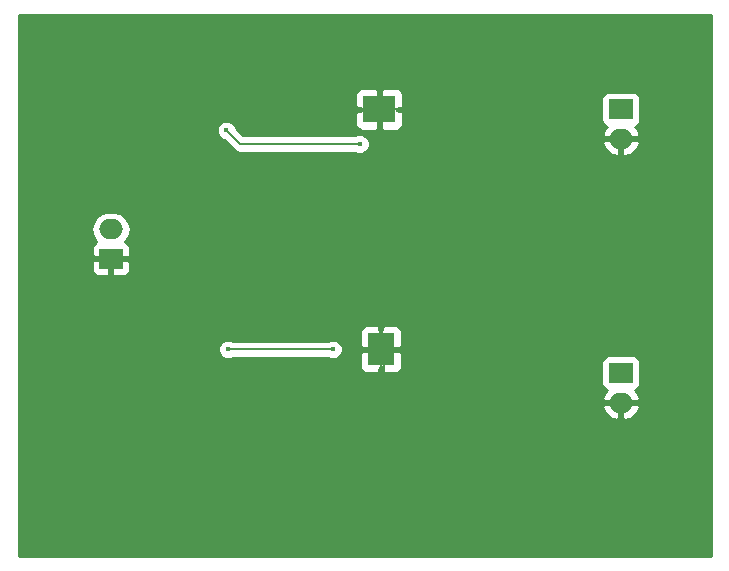
<source format=gbl>
G04 #@! TF.GenerationSoftware,KiCad,Pcbnew,(5.0.0)*
G04 #@! TF.CreationDate,2019-04-27T15:16:20+09:00*
G04 #@! TF.ProjectId,Power_supply_circuit,506F7765725F737570706C795F636972,rev?*
G04 #@! TF.SameCoordinates,Original*
G04 #@! TF.FileFunction,Copper,L2,Bot,Signal*
G04 #@! TF.FilePolarity,Positive*
%FSLAX46Y46*%
G04 Gerber Fmt 4.6, Leading zero omitted, Abs format (unit mm)*
G04 Created by KiCad (PCBNEW (5.0.0)) date 04/27/19 15:16:20*
%MOMM*%
%LPD*%
G01*
G04 APERTURE LIST*
G04 #@! TA.AperFunction,ComponentPad*
%ADD10R,2.000000X1.700000*%
G04 #@! TD*
G04 #@! TA.AperFunction,ComponentPad*
%ADD11O,2.000000X1.700000*%
G04 #@! TD*
G04 #@! TA.AperFunction,Conductor*
%ADD12R,2.800000X2.300000*%
G04 #@! TD*
G04 #@! TA.AperFunction,ComponentPad*
%ADD13C,0.600000*%
G04 #@! TD*
G04 #@! TA.AperFunction,Conductor*
%ADD14R,2.300000X2.800000*%
G04 #@! TD*
G04 #@! TA.AperFunction,ViaPad*
%ADD15C,0.400000*%
G04 #@! TD*
G04 #@! TA.AperFunction,Conductor*
%ADD16C,0.200000*%
G04 #@! TD*
G04 #@! TA.AperFunction,Conductor*
%ADD17C,0.254000*%
G04 #@! TD*
G04 APERTURE END LIST*
D10*
G04 #@! TO.P,J3,1*
G04 #@! TO.N,-3V3*
X106680000Y-101060000D03*
D11*
G04 #@! TO.P,J3,2*
G04 #@! TO.N,GND*
X106680000Y-103560000D03*
G04 #@! TD*
G04 #@! TO.P,J1,2*
G04 #@! TO.N,GND*
X106680000Y-81240000D03*
D10*
G04 #@! TO.P,J1,1*
G04 #@! TO.N,+3V3*
X106680000Y-78740000D03*
G04 #@! TD*
G04 #@! TO.P,J2,1*
G04 #@! TO.N,GND*
X63500000Y-91400000D03*
D11*
G04 #@! TO.P,J2,2*
G04 #@! TO.N,+BATT*
X63500000Y-88900000D03*
G04 #@! TD*
D12*
G04 #@! TO.N,GND*
G04 #@! TO.C,U1*
X86233000Y-78740000D03*
D13*
G04 #@! TD*
G04 #@! TO.P,U1,11*
G04 #@! TO.N,GND*
X85483000Y-78240000D03*
G04 #@! TO.P,U1,11*
G04 #@! TO.N,GND*
X86983000Y-78240000D03*
X86983000Y-79240000D03*
X86233000Y-78740000D03*
X85483000Y-79240000D03*
G04 #@! TD*
G04 #@! TO.P,U2,11*
G04 #@! TO.N,GND*
X86860000Y-99810000D03*
X86360000Y-99060000D03*
X86860000Y-98310000D03*
X85860000Y-98310000D03*
X85860000Y-99810000D03*
D14*
G04 #@! TD*
G04 #@! TO.N,GND*
G04 #@! TO.C,U2*
X86360000Y-99060000D03*
D15*
G04 #@! TO.N,GND*
X90373200Y-73050400D03*
X81915000Y-72644000D03*
X83189000Y-78490000D03*
X83185000Y-78990000D03*
X89408000Y-78994000D03*
X89408000Y-78486000D03*
X96393000Y-78740000D03*
X83439000Y-98552000D03*
X86610000Y-95635000D03*
X86110000Y-102231000D03*
X86610000Y-102231000D03*
X90043000Y-99568000D03*
X93345000Y-101346000D03*
X79629000Y-79121000D03*
X86110000Y-95656400D03*
X71374000Y-91440000D03*
X57500000Y-72500000D03*
X57500000Y-75000000D03*
X57500000Y-77500000D03*
X57500000Y-80000000D03*
X57500000Y-82500000D03*
X57500000Y-85000000D03*
X57500000Y-87500000D03*
X57500000Y-90000000D03*
X57500000Y-92500000D03*
X57500000Y-95000000D03*
X57500000Y-97500000D03*
X57500000Y-100000000D03*
X57500000Y-102500000D03*
X57500000Y-105000000D03*
X57500000Y-107500000D03*
X57500000Y-110000000D03*
X57500000Y-112500000D03*
X57500000Y-115000000D03*
X60000000Y-115000000D03*
X65000000Y-115000000D03*
X62500000Y-115000000D03*
X67500000Y-115000000D03*
X70000000Y-115000000D03*
X72500000Y-115000000D03*
X75000000Y-115000000D03*
X80000000Y-115000000D03*
X77500000Y-115000000D03*
X82500000Y-115000000D03*
X87500000Y-115000000D03*
X85000000Y-115000000D03*
X90000000Y-115000000D03*
X92500000Y-115000000D03*
X95000000Y-115000000D03*
X97500000Y-115000000D03*
X100000000Y-115000000D03*
X102500000Y-115000000D03*
X105000000Y-115000000D03*
X107500000Y-115000000D03*
X110000000Y-115000000D03*
X112500000Y-115000000D03*
X112500000Y-112500000D03*
X112500000Y-110000000D03*
X112500000Y-107500000D03*
X112500000Y-105000000D03*
X112500000Y-102500000D03*
X112500000Y-100000000D03*
X112500000Y-97500000D03*
X112500000Y-95000000D03*
X112500000Y-92500000D03*
X112500000Y-90000000D03*
X112500000Y-87500000D03*
X112500000Y-85000000D03*
X112500000Y-82500000D03*
X112500000Y-80000000D03*
X112500000Y-77500000D03*
X112500000Y-75000000D03*
X112500000Y-72500000D03*
X110000000Y-72500000D03*
X107500000Y-72500000D03*
X105000000Y-72500000D03*
X105000000Y-72500000D03*
X105000000Y-72500000D03*
X102500000Y-72500000D03*
X100000000Y-72500000D03*
X97500000Y-72500000D03*
X95000000Y-72500000D03*
X92500000Y-72500000D03*
X80000000Y-72644000D03*
X77500000Y-72644000D03*
X75000000Y-72644000D03*
X72500000Y-72644000D03*
X72500000Y-72644000D03*
X70000000Y-72644000D03*
X67500000Y-72644000D03*
X65000000Y-72500000D03*
X62500000Y-72500000D03*
X60000000Y-72500000D03*
X110000000Y-87500000D03*
X107500000Y-87500000D03*
X105000000Y-87500000D03*
X102500000Y-87500000D03*
X100000000Y-87500000D03*
X97500000Y-87500000D03*
X92500000Y-87500000D03*
X90000000Y-87500000D03*
X87500000Y-87500000D03*
X85000000Y-87500000D03*
X82500000Y-87500000D03*
X95000000Y-87500000D03*
X80000000Y-87500000D03*
X77500000Y-87500000D03*
X75000000Y-87500000D03*
X72500000Y-87500000D03*
X70000000Y-87500000D03*
X62500000Y-107500000D03*
X65000000Y-107500000D03*
X65000000Y-110000000D03*
X62500000Y-110000000D03*
X102500000Y-110000000D03*
X105000000Y-110000000D03*
X105000000Y-107500000D03*
X102500000Y-107500000D03*
X62500000Y-80000000D03*
X65000000Y-80000000D03*
X65000000Y-77500000D03*
X62581000Y-77500000D03*
G04 #@! TO.N,Net-(JP2-Pad2)*
X73406000Y-99060000D03*
X82296000Y-99060000D03*
G04 #@! TO.N,Net-(JP1-Pad2)*
X73279000Y-80518000D03*
X84582000Y-81661000D03*
G04 #@! TD*
D16*
G04 #@! TO.N,GND*
X98893000Y-81240000D02*
X106680000Y-81240000D01*
X96393000Y-78740000D02*
X98893000Y-81240000D01*
X86483000Y-78740000D02*
X86983000Y-78240000D01*
X86233000Y-78740000D02*
X86483000Y-78740000D01*
X85733000Y-79240000D02*
X86233000Y-78740000D01*
X85483000Y-79240000D02*
X85733000Y-79240000D01*
X85733000Y-78240000D02*
X86233000Y-78740000D01*
X85483000Y-78240000D02*
X85733000Y-78240000D01*
X86233000Y-78740000D02*
X86233000Y-76962000D01*
X89408000Y-78486000D02*
X89408000Y-78994000D01*
X89154000Y-78740000D02*
X89408000Y-78486000D01*
X86233000Y-78740000D02*
X89154000Y-78740000D01*
X62300000Y-91400000D02*
X59817000Y-88917000D01*
X63500000Y-91400000D02*
X62300000Y-91400000D01*
X59817000Y-88917000D02*
X59817000Y-80264000D01*
X67437000Y-72644000D02*
X67500000Y-72644000D01*
X59817000Y-80264000D02*
X62581000Y-77500000D01*
X83185000Y-74168000D02*
X83312000Y-74041000D01*
X83185000Y-78990000D02*
X83185000Y-74168000D01*
X86233000Y-76962000D02*
X83312000Y-74041000D01*
X83312000Y-74041000D02*
X81915000Y-72644000D01*
X63540000Y-91440000D02*
X63500000Y-91400000D01*
X71374000Y-91440000D02*
X63540000Y-91440000D01*
X95559000Y-103560000D02*
X106680000Y-103560000D01*
X93345000Y-101346000D02*
X95559000Y-103560000D01*
X86360000Y-95885000D02*
X86610000Y-95635000D01*
X86360000Y-99060000D02*
X86360000Y-95885000D01*
X86610000Y-99310000D02*
X86360000Y-99060000D01*
X86610000Y-102231000D02*
X86610000Y-99310000D01*
X83947000Y-99060000D02*
X86360000Y-99060000D01*
X83439000Y-98552000D02*
X83947000Y-99060000D01*
X89408000Y-78994000D02*
X89408000Y-78994000D01*
X80000000Y-72644000D02*
X81915000Y-72644000D01*
X77500000Y-72644000D02*
X80000000Y-72644000D01*
X75000000Y-72644000D02*
X77500000Y-72644000D01*
X72500000Y-72644000D02*
X75000000Y-72644000D01*
X72500000Y-72644000D02*
X72500000Y-72644000D01*
X70000000Y-72644000D02*
X72500000Y-72644000D01*
X67500000Y-72644000D02*
X70000000Y-72644000D01*
X62581000Y-77500000D02*
X67437000Y-72644000D01*
G04 #@! TO.N,Net-(JP2-Pad2)*
X82296000Y-99060000D02*
X73406000Y-99060000D01*
G04 #@! TO.N,Net-(JP1-Pad2)*
X84582000Y-81661000D02*
X74422000Y-81661000D01*
X74422000Y-81661000D02*
X73279000Y-80518000D01*
G04 #@! TD*
D17*
G04 #@! TO.N,GND*
G36*
X114290001Y-116540000D02*
X55710000Y-116540000D01*
X55710000Y-103916890D01*
X105088524Y-103916890D01*
X105090447Y-103929260D01*
X105341336Y-104452045D01*
X105773188Y-104839024D01*
X106320258Y-105031284D01*
X106553000Y-104887231D01*
X106553000Y-103687000D01*
X106807000Y-103687000D01*
X106807000Y-104887231D01*
X107039742Y-105031284D01*
X107586812Y-104839024D01*
X108018664Y-104452045D01*
X108269553Y-103929260D01*
X108271476Y-103916890D01*
X108150155Y-103687000D01*
X106807000Y-103687000D01*
X106553000Y-103687000D01*
X105209845Y-103687000D01*
X105088524Y-103916890D01*
X55710000Y-103916890D01*
X55710000Y-98893908D01*
X72571000Y-98893908D01*
X72571000Y-99226092D01*
X72698121Y-99532990D01*
X72933010Y-99767879D01*
X73239908Y-99895000D01*
X73572092Y-99895000D01*
X73813514Y-99795000D01*
X81888486Y-99795000D01*
X82129908Y-99895000D01*
X82462092Y-99895000D01*
X82768990Y-99767879D01*
X83003879Y-99532990D01*
X83131000Y-99226092D01*
X83131000Y-98893908D01*
X83003879Y-98587010D01*
X82768990Y-98352121D01*
X82462092Y-98225000D01*
X82129908Y-98225000D01*
X81888486Y-98325000D01*
X73813514Y-98325000D01*
X73572092Y-98225000D01*
X73239908Y-98225000D01*
X72933010Y-98352121D01*
X72698121Y-98587010D01*
X72571000Y-98893908D01*
X55710000Y-98893908D01*
X55710000Y-97533690D01*
X84575000Y-97533690D01*
X84575000Y-98774250D01*
X84733750Y-98933000D01*
X85416605Y-98933000D01*
X85395181Y-98954424D01*
X85401806Y-99060000D01*
X85395181Y-99165576D01*
X85416605Y-99187000D01*
X84733750Y-99187000D01*
X84575000Y-99345750D01*
X84575000Y-100586310D01*
X84671673Y-100819699D01*
X84850302Y-100998327D01*
X85083691Y-101095000D01*
X86074250Y-101095000D01*
X86233000Y-100936250D01*
X86233000Y-100681999D01*
X86312607Y-100649025D01*
X86320108Y-100529500D01*
X86360000Y-100489608D01*
X86399892Y-100529500D01*
X86407393Y-100649025D01*
X86487000Y-100673507D01*
X86487000Y-100936250D01*
X86645750Y-101095000D01*
X87636309Y-101095000D01*
X87869698Y-100998327D01*
X88048327Y-100819699D01*
X88145000Y-100586310D01*
X88145000Y-100210000D01*
X105032560Y-100210000D01*
X105032560Y-101910000D01*
X105081843Y-102157765D01*
X105222191Y-102367809D01*
X105432235Y-102508157D01*
X105503782Y-102522388D01*
X105341336Y-102667955D01*
X105090447Y-103190740D01*
X105088524Y-103203110D01*
X105209845Y-103433000D01*
X106553000Y-103433000D01*
X106553000Y-103413000D01*
X106807000Y-103413000D01*
X106807000Y-103433000D01*
X108150155Y-103433000D01*
X108271476Y-103203110D01*
X108269553Y-103190740D01*
X108018664Y-102667955D01*
X107856218Y-102522388D01*
X107927765Y-102508157D01*
X108137809Y-102367809D01*
X108278157Y-102157765D01*
X108327440Y-101910000D01*
X108327440Y-100210000D01*
X108278157Y-99962235D01*
X108137809Y-99752191D01*
X107927765Y-99611843D01*
X107680000Y-99562560D01*
X105680000Y-99562560D01*
X105432235Y-99611843D01*
X105222191Y-99752191D01*
X105081843Y-99962235D01*
X105032560Y-100210000D01*
X88145000Y-100210000D01*
X88145000Y-99345750D01*
X87986250Y-99187000D01*
X87303395Y-99187000D01*
X87324819Y-99165576D01*
X87318194Y-99060000D01*
X87324819Y-98954424D01*
X87303395Y-98933000D01*
X87986250Y-98933000D01*
X88145000Y-98774250D01*
X88145000Y-97533690D01*
X88048327Y-97300301D01*
X87869698Y-97121673D01*
X87636309Y-97025000D01*
X86645750Y-97025000D01*
X86487000Y-97183750D01*
X86487000Y-97438001D01*
X86407393Y-97470975D01*
X86399892Y-97590500D01*
X86360000Y-97630392D01*
X86320108Y-97590500D01*
X86312607Y-97470975D01*
X86233000Y-97446493D01*
X86233000Y-97183750D01*
X86074250Y-97025000D01*
X85083691Y-97025000D01*
X84850302Y-97121673D01*
X84671673Y-97300301D01*
X84575000Y-97533690D01*
X55710000Y-97533690D01*
X55710000Y-91685750D01*
X61865000Y-91685750D01*
X61865000Y-92376309D01*
X61961673Y-92609698D01*
X62140301Y-92788327D01*
X62373690Y-92885000D01*
X63214250Y-92885000D01*
X63373000Y-92726250D01*
X63373000Y-91527000D01*
X63627000Y-91527000D01*
X63627000Y-92726250D01*
X63785750Y-92885000D01*
X64626310Y-92885000D01*
X64859699Y-92788327D01*
X65038327Y-92609698D01*
X65135000Y-92376309D01*
X65135000Y-91685750D01*
X64976250Y-91527000D01*
X63627000Y-91527000D01*
X63373000Y-91527000D01*
X62023750Y-91527000D01*
X61865000Y-91685750D01*
X55710000Y-91685750D01*
X55710000Y-88900000D01*
X61835908Y-88900000D01*
X61951161Y-89479418D01*
X62270709Y-89957656D01*
X62140301Y-90011673D01*
X61961673Y-90190302D01*
X61865000Y-90423691D01*
X61865000Y-91114250D01*
X62023750Y-91273000D01*
X63373000Y-91273000D01*
X63373000Y-91253000D01*
X63627000Y-91253000D01*
X63627000Y-91273000D01*
X64976250Y-91273000D01*
X65135000Y-91114250D01*
X65135000Y-90423691D01*
X65038327Y-90190302D01*
X64859699Y-90011673D01*
X64729291Y-89957656D01*
X65048839Y-89479418D01*
X65164092Y-88900000D01*
X65048839Y-88320582D01*
X64720625Y-87829375D01*
X64229418Y-87501161D01*
X63796256Y-87415000D01*
X63203744Y-87415000D01*
X62770582Y-87501161D01*
X62279375Y-87829375D01*
X61951161Y-88320582D01*
X61835908Y-88900000D01*
X55710000Y-88900000D01*
X55710000Y-80351908D01*
X72444000Y-80351908D01*
X72444000Y-80684092D01*
X72571121Y-80990990D01*
X72806010Y-81225879D01*
X73047433Y-81325880D01*
X73851090Y-82129537D01*
X73892095Y-82190905D01*
X74135217Y-82353354D01*
X74349612Y-82396000D01*
X74349615Y-82396000D01*
X74421999Y-82410398D01*
X74494383Y-82396000D01*
X84174486Y-82396000D01*
X84415908Y-82496000D01*
X84748092Y-82496000D01*
X85054990Y-82368879D01*
X85289879Y-82133990D01*
X85417000Y-81827092D01*
X85417000Y-81596890D01*
X105088524Y-81596890D01*
X105090447Y-81609260D01*
X105341336Y-82132045D01*
X105773188Y-82519024D01*
X106320258Y-82711284D01*
X106553000Y-82567231D01*
X106553000Y-81367000D01*
X106807000Y-81367000D01*
X106807000Y-82567231D01*
X107039742Y-82711284D01*
X107586812Y-82519024D01*
X108018664Y-82132045D01*
X108269553Y-81609260D01*
X108271476Y-81596890D01*
X108150155Y-81367000D01*
X106807000Y-81367000D01*
X106553000Y-81367000D01*
X105209845Y-81367000D01*
X105088524Y-81596890D01*
X85417000Y-81596890D01*
X85417000Y-81494908D01*
X85289879Y-81188010D01*
X85054990Y-80953121D01*
X84748092Y-80826000D01*
X84415908Y-80826000D01*
X84174486Y-80926000D01*
X74726447Y-80926000D01*
X74086880Y-80286433D01*
X73986879Y-80045010D01*
X73751990Y-79810121D01*
X73445092Y-79683000D01*
X73112908Y-79683000D01*
X72806010Y-79810121D01*
X72571121Y-80045010D01*
X72444000Y-80351908D01*
X55710000Y-80351908D01*
X55710000Y-77463691D01*
X84198000Y-77463691D01*
X84198000Y-78454250D01*
X84356750Y-78613000D01*
X84611001Y-78613000D01*
X84643975Y-78692607D01*
X84763500Y-78700108D01*
X84803392Y-78740000D01*
X84763500Y-78779892D01*
X84643975Y-78787393D01*
X84619493Y-78867000D01*
X84356750Y-78867000D01*
X84198000Y-79025750D01*
X84198000Y-80016309D01*
X84294673Y-80249698D01*
X84473301Y-80428327D01*
X84706690Y-80525000D01*
X85947250Y-80525000D01*
X86106000Y-80366250D01*
X86106000Y-79683395D01*
X86127424Y-79704819D01*
X86233000Y-79698194D01*
X86338576Y-79704819D01*
X86360000Y-79683395D01*
X86360000Y-80366250D01*
X86518750Y-80525000D01*
X87759310Y-80525000D01*
X87992699Y-80428327D01*
X88171327Y-80249698D01*
X88268000Y-80016309D01*
X88268000Y-79025750D01*
X88109250Y-78867000D01*
X87854999Y-78867000D01*
X87822025Y-78787393D01*
X87702500Y-78779892D01*
X87662608Y-78740000D01*
X87702500Y-78700108D01*
X87822025Y-78692607D01*
X87846507Y-78613000D01*
X88109250Y-78613000D01*
X88268000Y-78454250D01*
X88268000Y-77890000D01*
X105032560Y-77890000D01*
X105032560Y-79590000D01*
X105081843Y-79837765D01*
X105222191Y-80047809D01*
X105432235Y-80188157D01*
X105503782Y-80202388D01*
X105341336Y-80347955D01*
X105090447Y-80870740D01*
X105088524Y-80883110D01*
X105209845Y-81113000D01*
X106553000Y-81113000D01*
X106553000Y-81093000D01*
X106807000Y-81093000D01*
X106807000Y-81113000D01*
X108150155Y-81113000D01*
X108271476Y-80883110D01*
X108269553Y-80870740D01*
X108018664Y-80347955D01*
X107856218Y-80202388D01*
X107927765Y-80188157D01*
X108137809Y-80047809D01*
X108278157Y-79837765D01*
X108327440Y-79590000D01*
X108327440Y-77890000D01*
X108278157Y-77642235D01*
X108137809Y-77432191D01*
X107927765Y-77291843D01*
X107680000Y-77242560D01*
X105680000Y-77242560D01*
X105432235Y-77291843D01*
X105222191Y-77432191D01*
X105081843Y-77642235D01*
X105032560Y-77890000D01*
X88268000Y-77890000D01*
X88268000Y-77463691D01*
X88171327Y-77230302D01*
X87992699Y-77051673D01*
X87759310Y-76955000D01*
X86518750Y-76955000D01*
X86360000Y-77113750D01*
X86360000Y-77796605D01*
X86338576Y-77775181D01*
X86233000Y-77781806D01*
X86127424Y-77775181D01*
X86106000Y-77796605D01*
X86106000Y-77113750D01*
X85947250Y-76955000D01*
X84706690Y-76955000D01*
X84473301Y-77051673D01*
X84294673Y-77230302D01*
X84198000Y-77463691D01*
X55710000Y-77463691D01*
X55710000Y-70710000D01*
X114290000Y-70710000D01*
X114290001Y-116540000D01*
X114290001Y-116540000D01*
G37*
X114290001Y-116540000D02*
X55710000Y-116540000D01*
X55710000Y-103916890D01*
X105088524Y-103916890D01*
X105090447Y-103929260D01*
X105341336Y-104452045D01*
X105773188Y-104839024D01*
X106320258Y-105031284D01*
X106553000Y-104887231D01*
X106553000Y-103687000D01*
X106807000Y-103687000D01*
X106807000Y-104887231D01*
X107039742Y-105031284D01*
X107586812Y-104839024D01*
X108018664Y-104452045D01*
X108269553Y-103929260D01*
X108271476Y-103916890D01*
X108150155Y-103687000D01*
X106807000Y-103687000D01*
X106553000Y-103687000D01*
X105209845Y-103687000D01*
X105088524Y-103916890D01*
X55710000Y-103916890D01*
X55710000Y-98893908D01*
X72571000Y-98893908D01*
X72571000Y-99226092D01*
X72698121Y-99532990D01*
X72933010Y-99767879D01*
X73239908Y-99895000D01*
X73572092Y-99895000D01*
X73813514Y-99795000D01*
X81888486Y-99795000D01*
X82129908Y-99895000D01*
X82462092Y-99895000D01*
X82768990Y-99767879D01*
X83003879Y-99532990D01*
X83131000Y-99226092D01*
X83131000Y-98893908D01*
X83003879Y-98587010D01*
X82768990Y-98352121D01*
X82462092Y-98225000D01*
X82129908Y-98225000D01*
X81888486Y-98325000D01*
X73813514Y-98325000D01*
X73572092Y-98225000D01*
X73239908Y-98225000D01*
X72933010Y-98352121D01*
X72698121Y-98587010D01*
X72571000Y-98893908D01*
X55710000Y-98893908D01*
X55710000Y-97533690D01*
X84575000Y-97533690D01*
X84575000Y-98774250D01*
X84733750Y-98933000D01*
X85416605Y-98933000D01*
X85395181Y-98954424D01*
X85401806Y-99060000D01*
X85395181Y-99165576D01*
X85416605Y-99187000D01*
X84733750Y-99187000D01*
X84575000Y-99345750D01*
X84575000Y-100586310D01*
X84671673Y-100819699D01*
X84850302Y-100998327D01*
X85083691Y-101095000D01*
X86074250Y-101095000D01*
X86233000Y-100936250D01*
X86233000Y-100681999D01*
X86312607Y-100649025D01*
X86320108Y-100529500D01*
X86360000Y-100489608D01*
X86399892Y-100529500D01*
X86407393Y-100649025D01*
X86487000Y-100673507D01*
X86487000Y-100936250D01*
X86645750Y-101095000D01*
X87636309Y-101095000D01*
X87869698Y-100998327D01*
X88048327Y-100819699D01*
X88145000Y-100586310D01*
X88145000Y-100210000D01*
X105032560Y-100210000D01*
X105032560Y-101910000D01*
X105081843Y-102157765D01*
X105222191Y-102367809D01*
X105432235Y-102508157D01*
X105503782Y-102522388D01*
X105341336Y-102667955D01*
X105090447Y-103190740D01*
X105088524Y-103203110D01*
X105209845Y-103433000D01*
X106553000Y-103433000D01*
X106553000Y-103413000D01*
X106807000Y-103413000D01*
X106807000Y-103433000D01*
X108150155Y-103433000D01*
X108271476Y-103203110D01*
X108269553Y-103190740D01*
X108018664Y-102667955D01*
X107856218Y-102522388D01*
X107927765Y-102508157D01*
X108137809Y-102367809D01*
X108278157Y-102157765D01*
X108327440Y-101910000D01*
X108327440Y-100210000D01*
X108278157Y-99962235D01*
X108137809Y-99752191D01*
X107927765Y-99611843D01*
X107680000Y-99562560D01*
X105680000Y-99562560D01*
X105432235Y-99611843D01*
X105222191Y-99752191D01*
X105081843Y-99962235D01*
X105032560Y-100210000D01*
X88145000Y-100210000D01*
X88145000Y-99345750D01*
X87986250Y-99187000D01*
X87303395Y-99187000D01*
X87324819Y-99165576D01*
X87318194Y-99060000D01*
X87324819Y-98954424D01*
X87303395Y-98933000D01*
X87986250Y-98933000D01*
X88145000Y-98774250D01*
X88145000Y-97533690D01*
X88048327Y-97300301D01*
X87869698Y-97121673D01*
X87636309Y-97025000D01*
X86645750Y-97025000D01*
X86487000Y-97183750D01*
X86487000Y-97438001D01*
X86407393Y-97470975D01*
X86399892Y-97590500D01*
X86360000Y-97630392D01*
X86320108Y-97590500D01*
X86312607Y-97470975D01*
X86233000Y-97446493D01*
X86233000Y-97183750D01*
X86074250Y-97025000D01*
X85083691Y-97025000D01*
X84850302Y-97121673D01*
X84671673Y-97300301D01*
X84575000Y-97533690D01*
X55710000Y-97533690D01*
X55710000Y-91685750D01*
X61865000Y-91685750D01*
X61865000Y-92376309D01*
X61961673Y-92609698D01*
X62140301Y-92788327D01*
X62373690Y-92885000D01*
X63214250Y-92885000D01*
X63373000Y-92726250D01*
X63373000Y-91527000D01*
X63627000Y-91527000D01*
X63627000Y-92726250D01*
X63785750Y-92885000D01*
X64626310Y-92885000D01*
X64859699Y-92788327D01*
X65038327Y-92609698D01*
X65135000Y-92376309D01*
X65135000Y-91685750D01*
X64976250Y-91527000D01*
X63627000Y-91527000D01*
X63373000Y-91527000D01*
X62023750Y-91527000D01*
X61865000Y-91685750D01*
X55710000Y-91685750D01*
X55710000Y-88900000D01*
X61835908Y-88900000D01*
X61951161Y-89479418D01*
X62270709Y-89957656D01*
X62140301Y-90011673D01*
X61961673Y-90190302D01*
X61865000Y-90423691D01*
X61865000Y-91114250D01*
X62023750Y-91273000D01*
X63373000Y-91273000D01*
X63373000Y-91253000D01*
X63627000Y-91253000D01*
X63627000Y-91273000D01*
X64976250Y-91273000D01*
X65135000Y-91114250D01*
X65135000Y-90423691D01*
X65038327Y-90190302D01*
X64859699Y-90011673D01*
X64729291Y-89957656D01*
X65048839Y-89479418D01*
X65164092Y-88900000D01*
X65048839Y-88320582D01*
X64720625Y-87829375D01*
X64229418Y-87501161D01*
X63796256Y-87415000D01*
X63203744Y-87415000D01*
X62770582Y-87501161D01*
X62279375Y-87829375D01*
X61951161Y-88320582D01*
X61835908Y-88900000D01*
X55710000Y-88900000D01*
X55710000Y-80351908D01*
X72444000Y-80351908D01*
X72444000Y-80684092D01*
X72571121Y-80990990D01*
X72806010Y-81225879D01*
X73047433Y-81325880D01*
X73851090Y-82129537D01*
X73892095Y-82190905D01*
X74135217Y-82353354D01*
X74349612Y-82396000D01*
X74349615Y-82396000D01*
X74421999Y-82410398D01*
X74494383Y-82396000D01*
X84174486Y-82396000D01*
X84415908Y-82496000D01*
X84748092Y-82496000D01*
X85054990Y-82368879D01*
X85289879Y-82133990D01*
X85417000Y-81827092D01*
X85417000Y-81596890D01*
X105088524Y-81596890D01*
X105090447Y-81609260D01*
X105341336Y-82132045D01*
X105773188Y-82519024D01*
X106320258Y-82711284D01*
X106553000Y-82567231D01*
X106553000Y-81367000D01*
X106807000Y-81367000D01*
X106807000Y-82567231D01*
X107039742Y-82711284D01*
X107586812Y-82519024D01*
X108018664Y-82132045D01*
X108269553Y-81609260D01*
X108271476Y-81596890D01*
X108150155Y-81367000D01*
X106807000Y-81367000D01*
X106553000Y-81367000D01*
X105209845Y-81367000D01*
X105088524Y-81596890D01*
X85417000Y-81596890D01*
X85417000Y-81494908D01*
X85289879Y-81188010D01*
X85054990Y-80953121D01*
X84748092Y-80826000D01*
X84415908Y-80826000D01*
X84174486Y-80926000D01*
X74726447Y-80926000D01*
X74086880Y-80286433D01*
X73986879Y-80045010D01*
X73751990Y-79810121D01*
X73445092Y-79683000D01*
X73112908Y-79683000D01*
X72806010Y-79810121D01*
X72571121Y-80045010D01*
X72444000Y-80351908D01*
X55710000Y-80351908D01*
X55710000Y-77463691D01*
X84198000Y-77463691D01*
X84198000Y-78454250D01*
X84356750Y-78613000D01*
X84611001Y-78613000D01*
X84643975Y-78692607D01*
X84763500Y-78700108D01*
X84803392Y-78740000D01*
X84763500Y-78779892D01*
X84643975Y-78787393D01*
X84619493Y-78867000D01*
X84356750Y-78867000D01*
X84198000Y-79025750D01*
X84198000Y-80016309D01*
X84294673Y-80249698D01*
X84473301Y-80428327D01*
X84706690Y-80525000D01*
X85947250Y-80525000D01*
X86106000Y-80366250D01*
X86106000Y-79683395D01*
X86127424Y-79704819D01*
X86233000Y-79698194D01*
X86338576Y-79704819D01*
X86360000Y-79683395D01*
X86360000Y-80366250D01*
X86518750Y-80525000D01*
X87759310Y-80525000D01*
X87992699Y-80428327D01*
X88171327Y-80249698D01*
X88268000Y-80016309D01*
X88268000Y-79025750D01*
X88109250Y-78867000D01*
X87854999Y-78867000D01*
X87822025Y-78787393D01*
X87702500Y-78779892D01*
X87662608Y-78740000D01*
X87702500Y-78700108D01*
X87822025Y-78692607D01*
X87846507Y-78613000D01*
X88109250Y-78613000D01*
X88268000Y-78454250D01*
X88268000Y-77890000D01*
X105032560Y-77890000D01*
X105032560Y-79590000D01*
X105081843Y-79837765D01*
X105222191Y-80047809D01*
X105432235Y-80188157D01*
X105503782Y-80202388D01*
X105341336Y-80347955D01*
X105090447Y-80870740D01*
X105088524Y-80883110D01*
X105209845Y-81113000D01*
X106553000Y-81113000D01*
X106553000Y-81093000D01*
X106807000Y-81093000D01*
X106807000Y-81113000D01*
X108150155Y-81113000D01*
X108271476Y-80883110D01*
X108269553Y-80870740D01*
X108018664Y-80347955D01*
X107856218Y-80202388D01*
X107927765Y-80188157D01*
X108137809Y-80047809D01*
X108278157Y-79837765D01*
X108327440Y-79590000D01*
X108327440Y-77890000D01*
X108278157Y-77642235D01*
X108137809Y-77432191D01*
X107927765Y-77291843D01*
X107680000Y-77242560D01*
X105680000Y-77242560D01*
X105432235Y-77291843D01*
X105222191Y-77432191D01*
X105081843Y-77642235D01*
X105032560Y-77890000D01*
X88268000Y-77890000D01*
X88268000Y-77463691D01*
X88171327Y-77230302D01*
X87992699Y-77051673D01*
X87759310Y-76955000D01*
X86518750Y-76955000D01*
X86360000Y-77113750D01*
X86360000Y-77796605D01*
X86338576Y-77775181D01*
X86233000Y-77781806D01*
X86127424Y-77775181D01*
X86106000Y-77796605D01*
X86106000Y-77113750D01*
X85947250Y-76955000D01*
X84706690Y-76955000D01*
X84473301Y-77051673D01*
X84294673Y-77230302D01*
X84198000Y-77463691D01*
X55710000Y-77463691D01*
X55710000Y-70710000D01*
X114290000Y-70710000D01*
X114290001Y-116540000D01*
G36*
X86399892Y-99029500D02*
X86401806Y-99060000D01*
X86399892Y-99090500D01*
X86360000Y-99130392D01*
X86320108Y-99090500D01*
X86318194Y-99060000D01*
X86320108Y-99029500D01*
X86360000Y-98989608D01*
X86399892Y-99029500D01*
X86399892Y-99029500D01*
G37*
X86399892Y-99029500D02*
X86401806Y-99060000D01*
X86399892Y-99090500D01*
X86360000Y-99130392D01*
X86320108Y-99090500D01*
X86318194Y-99060000D01*
X86320108Y-99029500D01*
X86360000Y-98989608D01*
X86399892Y-99029500D01*
G36*
X86263500Y-78700108D02*
X86303392Y-78740000D01*
X86263500Y-78779892D01*
X86233000Y-78781806D01*
X86202500Y-78779892D01*
X86162608Y-78740000D01*
X86202500Y-78700108D01*
X86233000Y-78698194D01*
X86263500Y-78700108D01*
X86263500Y-78700108D01*
G37*
X86263500Y-78700108D02*
X86303392Y-78740000D01*
X86263500Y-78779892D01*
X86233000Y-78781806D01*
X86202500Y-78779892D01*
X86162608Y-78740000D01*
X86202500Y-78700108D01*
X86233000Y-78698194D01*
X86263500Y-78700108D01*
G04 #@! TD*
M02*

</source>
